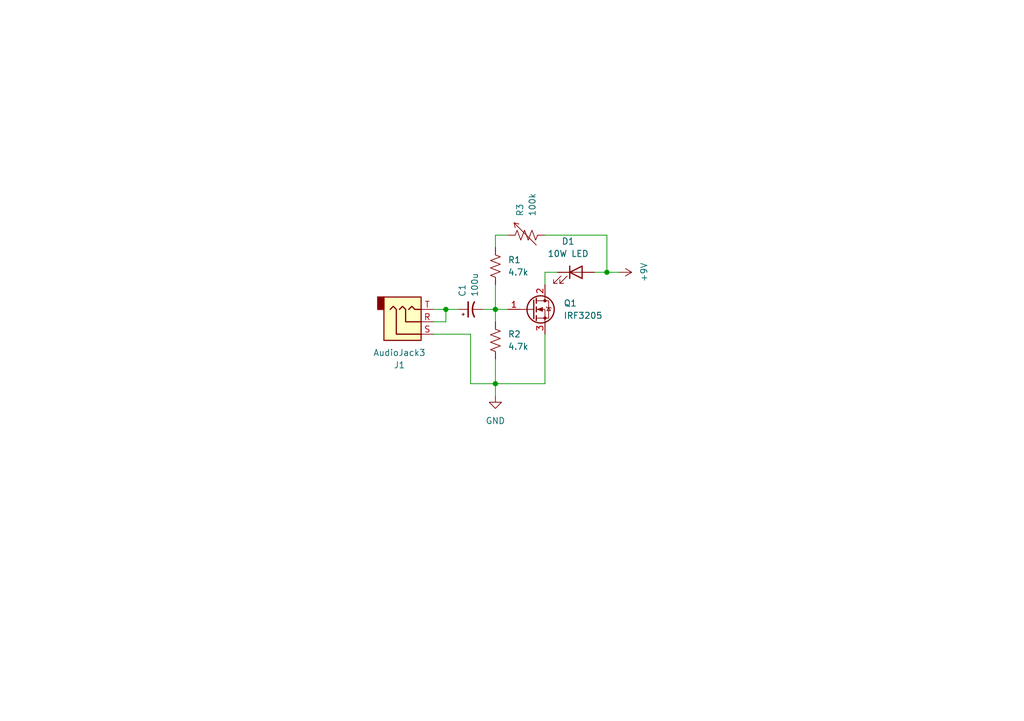
<source format=kicad_sch>
(kicad_sch (version 20231120) (generator "eeschema") (generator_version "8.0")
  (paper "A5")
  (title_block (title "VOLF Passive Transmitter") (date "2024-09-26") (rev "1.0") (comment 1 "This schematic depicts a \"demo\" board with a 10W LED and 9V power supply"))
  (lib_symbols
    (symbol "Connector_Audio:AudioJack3"
      (property "Reference" "J" (at 0 8.89 0))
      (property "Value" "AudioJack3" (at 0 6.35 0))
      (symbol "AudioJack3_0_1"
        (rectangle (start -5.08 -5.08) (end -6.35 -2.54) (stroke (width 0.254)) (fill (type outline)))
        (polyline (pts (xy 0 -2.54) (xy 0.635 -3.175) (xy 1.27 -2.54) (xy 2.54 -2.54)) (stroke (width 0.254)))
        (polyline (pts (xy -1.905 -2.54) (xy -1.27 -3.175) (xy -0.635 -2.54) (xy -0.635 0) (xy 2.54 0)) (stroke (width 0.254)))
        (polyline (pts (xy 2.54 2.54) (xy -2.54 2.54) (xy -2.54 -2.54) (xy -3.175 -3.175) (xy -3.81 -2.54)) (stroke (width 0.254)))
        (rectangle (start 2.54 3.81) (end -5.08 -5.08) (stroke (width 0.254)) (fill (type background)))
      )
      (symbol "AudioJack3_1_1"
        (pin passive line (at 5.08 0 180) (length 2.54) (name "~") (number "R"))
        (pin passive line (at 5.08 2.54 180) (length 2.54) (name "~") (number "S"))
        (pin passive line (at 5.08 -2.54 180) (length 2.54) (name "~") (number "T"))
      )
    )
    (symbol "Device:C_Polarized_Small_US" (pin_numbers hide) (pin_names (offset 0.254) hide)
      (property "Reference" "C" (at 0.254 1.778 0))
      (property "Value" "C_Polarized_Small_US" (at 0.254 -2.032 0))
      (symbol "C_Polarized_Small_US_0_1"
        (polyline (pts (xy -1.524 0.508) (xy 1.524 0.508)) (stroke (width 0.3048)))
        (polyline (pts (xy -1.27 1.524) (xy -0.762 1.524)))
        (polyline (pts (xy -1.016 1.27) (xy -1.016 1.778)))
        (arc (start 1.524 -0.762) (mid 0 -0.3734) (end -1.524 -0.762) (stroke (width 0.3048)))
      )
      (symbol "C_Polarized_Small_US_1_1"
        (pin passive line (at 0 2.54 270) (length 2.032) (name "~") (number "1"))
        (pin passive line (at 0 -2.54 90) (length 2.032) (name "~") (number "2"))
      )
    )
    (symbol "Device:LED" (pin_numbers hide) (pin_names (offset 1.016) hide)
      (property "Reference" "D" (at 0 2.54 0))
      (property "Value" "LED" (at 0 -2.54 0))
      (symbol "LED_0_1"
        (polyline (pts (xy -1.27 -1.27) (xy -1.27 1.27)) (stroke (width 0.254)))
        (polyline (pts (xy -1.27 0) (xy 1.27 0)))
        (polyline (pts (xy 1.27 -1.27) (xy 1.27 1.27) (xy -1.27 0) (xy 1.27 -1.27)) (stroke (width 0.254)))
        (polyline (pts (xy -3.048 -0.762) (xy -4.572 -2.286) (xy -3.81 -2.286) (xy -4.572 -2.286) (xy -4.572 -1.524)))
        (polyline (pts (xy -1.778 -0.762) (xy -3.302 -2.286) (xy -2.54 -2.286) (xy -3.302 -2.286) (xy -3.302 -1.524)))
      )
      (symbol "LED_1_1"
        (pin passive line (at -3.81 0 0) (length 2.54) (name "K") (number "1"))
        (pin passive line (at 3.81 0 180) (length 2.54) (name "A") (number "2"))
      )
    )
    (symbol "Device:R_US" (pin_numbers hide) (pin_names (offset 0))
      (property "Reference" "R" (at 2.54 0 90))
      (property "Value" "R_US" (at -2.54 0 90))
      (symbol "R_US_0_1"
        (polyline (pts (xy 0 -2.286) (xy 0 -2.54)))
        (polyline (pts (xy 0 2.286) (xy 0 2.54)))
        (polyline (pts (xy 0 -0.762) (xy 1.016 -1.143) (xy 0 -1.524) (xy -1.016 -1.905) (xy 0 -2.286)))
        (polyline (pts (xy 0 0.762) (xy 1.016 0.381) (xy 0 0) (xy -1.016 -0.381) (xy 0 -0.762)))
        (polyline (pts (xy 0 2.286) (xy 1.016 1.905) (xy 0 1.524) (xy -1.016 1.143) (xy 0 0.762)))
      )
      (symbol "R_US_1_1"
        (pin passive line (at 0 3.81 270) (length 1.27) (name "~") (number "1"))
        (pin passive line (at 0 -3.81 90) (length 1.27) (name "~") (number "2"))
      )
    )
    (symbol "Device:R_Variable_US" (pin_numbers hide) (pin_names (offset 0))
      (property "Reference" "R" (at 2.54 -2.54 90))
      (property "Value" "R_Variable_US" (at -2.54 -1.27 90))
      (symbol "R_Variable_US_0_1"
        (polyline (pts (xy 0 -2.286) (xy 0 -2.54)))
        (polyline (pts (xy 0 2.286) (xy 0 2.54)))
        (polyline (pts (xy 0 -0.762) (xy 1.016 -1.143) (xy 0 -1.524) (xy -1.016 -1.905) (xy 0 -2.286)))
        (polyline (pts (xy 0 0.762) (xy 1.016 0.381) (xy 0 0) (xy -1.016 -0.381) (xy 0 -0.762)))
        (polyline (pts (xy 0 2.286) (xy 1.016 1.905) (xy 0 1.524) (xy -1.016 1.143) (xy 0 0.762)) (stroke (width 0.1524)))
        (polyline (pts (xy 2.286 1.524) (xy 2.54 2.54) (xy 1.524 2.286) (xy 2.54 2.54) (xy -2.032 -2.032)) (stroke (width 0.1524)))
      )
      (symbol "R_Variable_US_1_1"
        (pin passive line (at 0 3.81 270) (length 1.27) (name "~") (number "1"))
        (pin passive line (at 0 -3.81 90) (length 1.27) (name "~") (number "2"))
      )
    )
    (symbol "Transistor_FET:IRF3205" (pin_names hide)
      (property "Reference" "Q" (at 5.08 1.905 0))
      (property "Value" "IRF3205" (at 5.08 0 0))
      (symbol "IRF3205_0_1"
        (polyline (pts (xy 0.254 0) (xy -2.54 0)))
        (polyline (pts (xy 0.254 1.905) (xy 0.254 -1.905)) (stroke (width 0.254)))
        (polyline (pts (xy 0.762 -1.27) (xy 0.762 -2.286)) (stroke (width 0.254)))
        (polyline (pts (xy 0.762 0.508) (xy 0.762 -0.508)) (stroke (width 0.254)))
        (polyline (pts (xy 0.762 2.286) (xy 0.762 1.27)) (stroke (width 0.254)))
        (polyline (pts (xy 2.54 2.54) (xy 2.54 1.778)))
        (polyline (pts (xy 2.54 -2.54) (xy 2.54 0) (xy 0.762 0)))
        (polyline (pts (xy 0.762 -1.778) (xy 3.302 -1.778) (xy 3.302 1.778) (xy 0.762 1.778)))
        (polyline (pts (xy 1.016 0) (xy 2.032 0.381) (xy 2.032 -0.381) (xy 1.016 0)) (fill (type outline)))
        (polyline (pts (xy 2.794 0.508) (xy 2.921 0.381) (xy 3.683 0.381) (xy 3.81 0.254)))
        (polyline (pts (xy 3.302 0.381) (xy 2.921 -0.254) (xy 3.683 -0.254) (xy 3.302 0.381)))
        (circle (center 1.651 0) (radius 2.794) (stroke (width 0.254)))
        (circle (center 2.54 -1.778) (radius 0.254) (fill (type outline)))
        (circle (center 2.54 1.778) (radius 0.254) (fill (type outline)))
      )
      (symbol "IRF3205_1_1"
        (pin input line (at -5.08 0 0) (length 2.54) (name "G") (number "1"))
        (pin passive line (at 2.54 5.08 270) (length 2.54) (name "D") (number "2"))
        (pin passive line (at 2.54 -5.08 90) (length 2.54) (name "S") (number "3"))
      )
    )
    (symbol "power:+9V" (power) (pin_numbers hide) (pin_names (offset 0) hide)
      (property "Value" "+9V" (at 0 3.556 0))
      (symbol "+9V_0_1"
        (polyline (pts (xy -0.762 1.27) (xy 0 2.54)))
        (polyline (pts (xy 0 0) (xy 0 2.54)))
        (polyline (pts (xy 0 2.54) (xy 0.762 1.27)))
      )
      (symbol "+9V_1_1"
        (pin power_in line (at 0 0 90) (length 0) (name "~") (number "1"))
      )
    )
    (symbol "power:GND" (power) (pin_numbers hide) (pin_names (offset 0) hide)
      (property "Value" "GND" (at 0 -3.81 0))
      (symbol "GND_0_1"
        (polyline (pts (xy 0 0) (xy 0 -1.27) (xy 1.27 -1.27) (xy 0 -2.54) (xy -1.27 -1.27) (xy 0 -1.27)))
      )
      (symbol "GND_1_1"
        (pin power_in line (at 0 0 270) (length 0) (name "~") (number "1"))
      )
    )
  )
  (junction (at 101.6 78.74))
  (junction (at 91.44 63.5))
  (junction (at 124.46 55.88))
  (junction (at 101.6 63.5))
  (wire (pts (xy 124.46 48.26) (xy 124.46 55.88)))
  (wire (pts (xy 91.44 63.5) (xy 93.98 63.5)))
  (wire (pts (xy 101.6 63.5) (xy 101.6 66.04)))
  (wire (pts (xy 101.6 50.8) (xy 101.6 48.26)))
  (wire (pts (xy 88.9 63.5) (xy 91.44 63.5)))
  (wire (pts (xy 101.6 78.74) (xy 101.6 73.66)))
  (wire (pts (xy 96.52 68.58) (xy 96.52 78.74)))
  (wire (pts (xy 111.76 55.88) (xy 114.3 55.88)))
  (wire (pts (xy 101.6 48.26) (xy 104.14 48.26)))
  (wire (pts (xy 124.46 55.88) (xy 121.92 55.88)))
  (wire (pts (xy 101.6 78.74) (xy 111.76 78.74)))
  (wire (pts (xy 99.06 63.5) (xy 101.6 63.5)))
  (wire (pts (xy 101.6 63.5) (xy 104.14 63.5)))
  (wire (pts (xy 96.52 78.74) (xy 101.6 78.74)))
  (wire (pts (xy 124.46 48.26) (xy 111.76 48.26)))
  (wire (pts (xy 111.76 68.58) (xy 111.76 78.74)))
  (wire (pts (xy 101.6 58.42) (xy 101.6 63.5)))
  (wire (pts (xy 88.9 68.58) (xy 96.52 68.58)))
  (wire (pts (xy 111.76 55.88) (xy 111.76 58.42)))
  (wire (pts (xy 127 55.88) (xy 124.46 55.88)))
  (wire (pts (xy 91.44 63.5) (xy 91.44 66.04)))
  (wire (pts (xy 91.44 66.04) (xy 88.9 66.04)))
  (wire (pts (xy 101.6 81.28) (xy 101.6 78.74)))
  (symbol (lib_id "Connector_Audio:AudioJack3") (at 83.82 66.04 0) (mirror x) (unit 1)
    (property "Reference" "J1" (at 81.915 74.93 0))
    (property "Value" "AudioJack3" (at 81.915 72.39 0))
    (property "Description" "Audio Jack, 3 Poles (Stereo / TRS)" (effects (hide yes)))
  )
  (symbol (lib_id "Device:LED") (at 118.11 55.88 0) (unit 1)
    (property "Reference" "D1" (at 116.5225 49.53 0))
    (property "Value" "10W LED" (at 116.5225 52.07 0))
    (property "Description" "Light emitting diode" (effects (hide yes)))
  )
  (symbol (lib_id "Device:R_US") (at 101.6 54.61 0) (unit 1)
    (property "Reference" "R1" (at 104.14 53.3399 0) (effects (justify left)))
    (property "Value" "4.7k" (at 104.14 55.8799 0) (effects (justify left)))
    (property "Description" "Resistor, US symbol" (effects (hide yes)))
  )
  (symbol (lib_id "power:+9V") (at 127 55.88 270) (unit 1)
    (property "Reference" "#PWR01" (effects (hide yes)))
    (property "Value" "+9V" (at 132.08 55.88 0))
    (property "Description" "Power symbol creates a global label with name \"+9V\"" (effects (hide yes)))
  )
  (symbol (lib_id "Device:R_US") (at 101.6 69.85 0) (unit 1)
    (property "Reference" "R2" (at 104.14 68.5799 0) (effects (justify left)))
    (property "Value" "4.7k" (at 104.14 71.1199 0) (effects (justify left)))
    (property "Description" "Resistor, US symbol" (effects (hide yes)))
  )
  (symbol (lib_id "power:GND") (at 101.6 81.28 0) (unit 1)
    (property "Reference" "#PWR02" (effects (hide yes)))
    (property "Value" "GND" (at 101.6 86.36 0))
    (property "Description" "Power symbol creates a global label with name \"GND\" , ground" (effects (hide yes)))
  )
  (symbol (lib_id "Device:C_Polarized_Small_US") (at 96.52 63.5 90) (unit 1)
    (property "Reference" "C1" (at 94.8181 60.96 0) (effects (justify left)))
    (property "Value" "100u" (at 97.3581 60.96 0) (effects (justify left)))
    (property "Description" "Polarized capacitor, small US symbol" (effects (hide yes)))
  )
  (symbol (lib_id "Device:R_Variable_US") (at 107.95 48.26 90) (unit 1)
    (property "Reference" "R3" (at 106.6418 44.45 0) (effects (justify left)))
    (property "Value" "100k" (at 109.1818 44.45 0) (effects (justify left)))
    (property "Description" "Variable resistor, US symbol" (effects (hide yes)))
  )
  (symbol (lib_id "Transistor_FET:IRF3205") (at 109.22 63.5 0) (unit 1)
    (property "Reference" "Q1" (at 115.57 62.2299 0) (effects (justify left)))
    (property "Value" "IRF3205" (at 115.57 64.7699 0) (effects (justify left)))
    (property "Footprint" "Package_TO_SOT_THT:TO-220-3_Vertical" (effects (hide yes)))
    (property "Datasheet" "http://www.irf.com/product-info/datasheets/data/irf3205.pdf" (effects (hide yes)))
    (property "Description" "110A Id, 55V Vds, Single N-Channel HEXFET Power MOSFET, 8mOhm Ron, TO-220AB" (effects (hide yes)))
  )
)
</source>
